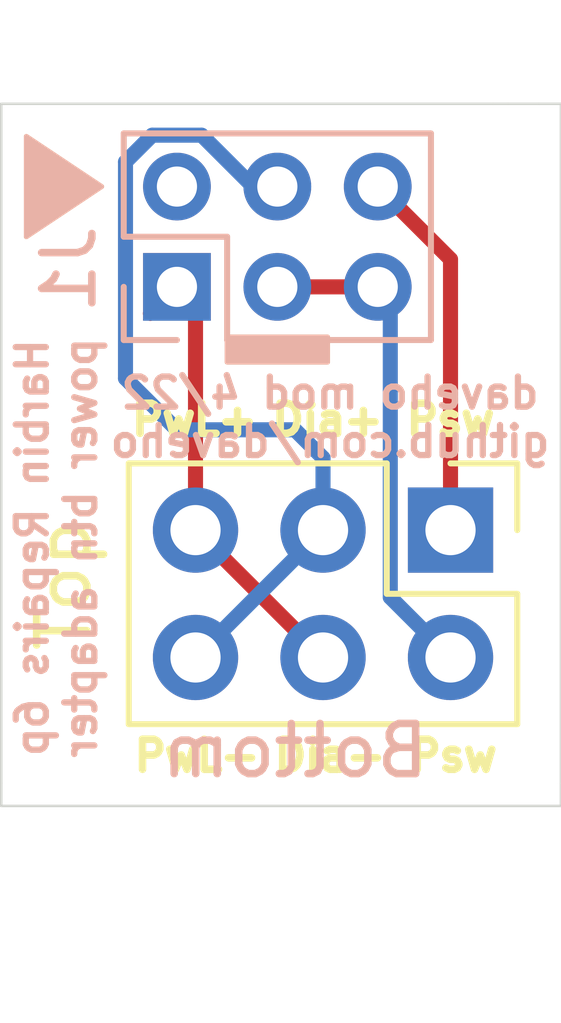
<source format=kicad_pcb>
(kicad_pcb (version 20171130) (host pcbnew 5.1.12-84ad8e8a86~92~ubuntu20.04.1)

  (general
    (thickness 1.6)
    (drawings 24)
    (tracks 20)
    (zones 0)
    (modules 2)
    (nets 6)
  )

  (page A4)
  (layers
    (0 F.Cu signal)
    (31 B.Cu signal)
    (32 B.Adhes user)
    (33 F.Adhes user)
    (34 B.Paste user)
    (35 F.Paste user)
    (36 B.SilkS user)
    (37 F.SilkS user)
    (38 B.Mask user)
    (39 F.Mask user)
    (40 Dwgs.User user)
    (41 Cmts.User user)
    (42 Eco1.User user)
    (43 Eco2.User user)
    (44 Edge.Cuts user)
    (45 Margin user)
    (46 B.CrtYd user)
    (47 F.CrtYd user)
    (48 B.Fab user)
    (49 F.Fab user)
  )

  (setup
    (last_trace_width 0.3)
    (trace_clearance 0.2)
    (zone_clearance 0.508)
    (zone_45_only no)
    (trace_min 0.2)
    (via_size 0.8)
    (via_drill 0.4)
    (via_min_size 0.4)
    (via_min_drill 0.3)
    (uvia_size 0.3)
    (uvia_drill 0.1)
    (uvias_allowed no)
    (uvia_min_size 0.2)
    (uvia_min_drill 0.1)
    (edge_width 0.05)
    (segment_width 0.2)
    (pcb_text_width 0.3)
    (pcb_text_size 1.5 1.5)
    (mod_edge_width 0.12)
    (mod_text_size 1 1)
    (mod_text_width 0.15)
    (pad_size 1.524 1.524)
    (pad_drill 0.762)
    (pad_to_mask_clearance 0.051)
    (solder_mask_min_width 0.25)
    (aux_axis_origin 0 0)
    (visible_elements FFFFFF7F)
    (pcbplotparams
      (layerselection 0x010f0_ffffffff)
      (usegerberextensions false)
      (usegerberattributes false)
      (usegerberadvancedattributes false)
      (creategerberjobfile false)
      (excludeedgelayer true)
      (linewidth 0.100000)
      (plotframeref false)
      (viasonmask false)
      (mode 1)
      (useauxorigin false)
      (hpglpennumber 1)
      (hpglpenspeed 20)
      (hpglpendiameter 15.000000)
      (psnegative false)
      (psa4output false)
      (plotreference true)
      (plotvalue true)
      (plotinvisibletext false)
      (padsonsilk false)
      (subtractmaskfromsilk false)
      (outputformat 1)
      (mirror false)
      (drillshape 0)
      (scaleselection 1)
      (outputdirectory ""))
  )

  (net 0 "")
  (net 1 POWER_SW_A)
  (net 2 DIAGNOSTIC_LED+)
  (net 3 DIAGNOSTIC_LED-)
  (net 4 POWER_SW_B)
  (net 5 "Net-(J1-Pad2)")

  (net_class Default "This is the default net class."
    (clearance 0.2)
    (trace_width 0.3)
    (via_dia 0.8)
    (via_drill 0.4)
    (uvia_dia 0.3)
    (uvia_drill 0.1)
    (add_net DIAGNOSTIC_LED+)
    (add_net DIAGNOSTIC_LED-)
    (add_net "Net-(J1-Pad2)")
    (add_net POWER_SW_A)
    (add_net POWER_SW_B)
  )

  (module Connector_PinSocket_2.00mm:PinSocket_2x03_P2.00mm_Vertical (layer B.Cu) (tedit 5A19A428) (tstamp 5D453489)
    (at 159.5 99 270)
    (descr "Through hole straight socket strip, 2x03, 2.00mm pitch, double cols (from Kicad 4.0.7), script generated")
    (tags "Through hole socket strip THT 2x03 2.00mm double row")
    (path /5D44F1CB)
    (fp_text reference J1 (at -0.35 2.15 270) (layer B.SilkS)
      (effects (font (size 1 1) (thickness 0.15)) (justify mirror))
    )
    (fp_text value "Dell Connector" (at 0 -6 270) (layer B.Fab)
      (effects (font (size 1 1) (thickness 0.15)) (justify mirror))
    )
    (fp_line (start -3 1) (end 0 1) (layer B.Fab) (width 0.1))
    (fp_line (start 0 1) (end 1 0) (layer B.Fab) (width 0.1))
    (fp_line (start 1 0) (end 1 -5) (layer B.Fab) (width 0.1))
    (fp_line (start 1 -5) (end -3 -5) (layer B.Fab) (width 0.1))
    (fp_line (start -3 -5) (end -3 1) (layer B.Fab) (width 0.1))
    (fp_line (start -3.06 1.06) (end -1 1.06) (layer B.SilkS) (width 0.12))
    (fp_line (start -3.06 1.06) (end -3.06 -5.06) (layer B.SilkS) (width 0.12))
    (fp_line (start -3.06 -5.06) (end 1.06 -5.06) (layer B.SilkS) (width 0.12))
    (fp_line (start 1.06 -1) (end 1.06 -5.06) (layer B.SilkS) (width 0.12))
    (fp_line (start -1 -1) (end 1.06 -1) (layer B.SilkS) (width 0.12))
    (fp_line (start -1 1.06) (end -1 -1) (layer B.SilkS) (width 0.12))
    (fp_line (start 1.06 1.06) (end 1.06 0) (layer B.SilkS) (width 0.12))
    (fp_line (start 0 1.06) (end 1.06 1.06) (layer B.SilkS) (width 0.12))
    (fp_line (start -3.5 1.5) (end 1.5 1.5) (layer B.CrtYd) (width 0.05))
    (fp_line (start 1.5 1.5) (end 1.5 -5.5) (layer B.CrtYd) (width 0.05))
    (fp_line (start 1.5 -5.5) (end -3.5 -5.5) (layer B.CrtYd) (width 0.05))
    (fp_line (start -3.5 -5.5) (end -3.5 1.5) (layer B.CrtYd) (width 0.05))
    (fp_text user %R (at -1 -2 180) (layer B.Fab)
      (effects (font (size 1 1) (thickness 0.15)) (justify mirror))
    )
    (pad 1 thru_hole rect (at 0 0 270) (size 1.35 1.35) (drill 0.8) (layers *.Cu *.Mask)
      (net 3 DIAGNOSTIC_LED-))
    (pad 2 thru_hole oval (at -2 0 270) (size 1.35 1.35) (drill 0.8) (layers *.Cu *.Mask)
      (net 5 "Net-(J1-Pad2)"))
    (pad 3 thru_hole oval (at 0 -2 270) (size 1.35 1.35) (drill 0.8) (layers *.Cu *.Mask)
      (net 4 POWER_SW_B))
    (pad 4 thru_hole oval (at -2 -2 270) (size 1.35 1.35) (drill 0.8) (layers *.Cu *.Mask)
      (net 2 DIAGNOSTIC_LED+))
    (pad 5 thru_hole oval (at 0 -4 270) (size 1.35 1.35) (drill 0.8) (layers *.Cu *.Mask)
      (net 4 POWER_SW_B))
    (pad 6 thru_hole oval (at -2 -4 270) (size 1.35 1.35) (drill 0.8) (layers *.Cu *.Mask)
      (net 1 POWER_SW_A))
    (model ${KISYS3DMOD}/Connector_PinSocket_2.00mm.3dshapes/PinSocket_2x03_P2.00mm_Vertical.wrl
      (at (xyz 0 0 0))
      (scale (xyz 1 1 1))
      (rotate (xyz 0 0 0))
    )
  )

  (module Connector_PinHeader_2.54mm:PinHeader_2x03_P2.54mm_Vertical (layer F.Cu) (tedit 59FED5CC) (tstamp 6267F519)
    (at 164.95 103.85 270)
    (descr "Through hole straight pin header, 2x03, 2.54mm pitch, double rows")
    (tags "Through hole pin header THT 2x03 2.54mm double row")
    (path /5D44D227)
    (fp_text reference J2 (at -3 -1.25 90) (layer B.Fab)
      (effects (font (size 1 1) (thickness 0.15)) (justify mirror))
    )
    (fp_text value "2.54mm Panel Header" (at 1.27 7.41 90) (layer F.Fab)
      (effects (font (size 1 1) (thickness 0.15)))
    )
    (fp_line (start 0 -1.27) (end 3.81 -1.27) (layer F.Fab) (width 0.1))
    (fp_line (start 3.81 -1.27) (end 3.81 6.35) (layer F.Fab) (width 0.1))
    (fp_line (start 3.81 6.35) (end -1.27 6.35) (layer F.Fab) (width 0.1))
    (fp_line (start -1.27 6.35) (end -1.27 0) (layer F.Fab) (width 0.1))
    (fp_line (start -1.27 0) (end 0 -1.27) (layer F.Fab) (width 0.1))
    (fp_line (start -1.33 6.41) (end 3.87 6.41) (layer F.SilkS) (width 0.12))
    (fp_line (start -1.33 1.27) (end -1.33 6.41) (layer F.SilkS) (width 0.12))
    (fp_line (start 3.87 -1.33) (end 3.87 6.41) (layer F.SilkS) (width 0.12))
    (fp_line (start -1.33 1.27) (end 1.27 1.27) (layer F.SilkS) (width 0.12))
    (fp_line (start 1.27 1.27) (end 1.27 -1.33) (layer F.SilkS) (width 0.12))
    (fp_line (start 1.27 -1.33) (end 3.87 -1.33) (layer F.SilkS) (width 0.12))
    (fp_line (start -1.33 0) (end -1.33 -1.33) (layer F.SilkS) (width 0.12))
    (fp_line (start -1.33 -1.33) (end 0 -1.33) (layer F.SilkS) (width 0.12))
    (fp_line (start -1.8 -1.8) (end -1.8 6.85) (layer F.CrtYd) (width 0.05))
    (fp_line (start -1.8 6.85) (end 4.35 6.85) (layer F.CrtYd) (width 0.05))
    (fp_line (start 4.35 6.85) (end 4.35 -1.8) (layer F.CrtYd) (width 0.05))
    (fp_line (start 4.35 -1.8) (end -1.8 -1.8) (layer F.CrtYd) (width 0.05))
    (fp_text user %R (at 1.27 2.54) (layer F.Fab)
      (effects (font (size 1 1) (thickness 0.15)))
    )
    (pad 1 thru_hole rect (at 0 0 270) (size 1.7 1.7) (drill 1) (layers *.Cu *.Mask)
      (net 1 POWER_SW_A))
    (pad 2 thru_hole oval (at 2.54 0 270) (size 1.7 1.7) (drill 1) (layers *.Cu *.Mask)
      (net 4 POWER_SW_B))
    (pad 3 thru_hole oval (at 0 2.54 270) (size 1.7 1.7) (drill 1) (layers *.Cu *.Mask)
      (net 2 DIAGNOSTIC_LED+))
    (pad 4 thru_hole oval (at 2.54 2.54 270) (size 1.7 1.7) (drill 1) (layers *.Cu *.Mask)
      (net 3 DIAGNOSTIC_LED-))
    (pad 5 thru_hole oval (at 0 5.08 270) (size 1.7 1.7) (drill 1) (layers *.Cu *.Mask)
      (net 3 DIAGNOSTIC_LED-))
    (pad 6 thru_hole oval (at 2.54 5.08 270) (size 1.7 1.7) (drill 1) (layers *.Cu *.Mask)
      (net 2 DIAGNOSTIC_LED+))
    (model ${KISYS3DMOD}/Connector_PinHeader_2.54mm.3dshapes/PinHeader_2x03_P2.54mm_Vertical.wrl
      (at (xyz 0 0 0))
      (scale (xyz 1 1 1))
      (rotate (xyz 0 0 0))
    )
  )

  (gr_text Bottom (at 161.85 108.25) (layer B.SilkS)
    (effects (font (size 1 1) (thickness 0.15)) (justify mirror))
  )
  (gr_text Top (at 157.25 104.95 90) (layer F.SilkS)
    (effects (font (size 1 1) (thickness 0.15)))
  )
  (gr_line (start 167.15 109.35) (end 167.15 108.9) (layer Edge.Cuts) (width 0.05) (tstamp 6267FD58))
  (gr_line (start 156 109.35) (end 167.15 109.35) (layer Edge.Cuts) (width 0.05))
  (gr_line (start 156 108.9) (end 156 109.35) (layer Edge.Cuts) (width 0.05))
  (gr_line (start 167.15 108.9) (end 167.15 95.35) (layer Edge.Cuts) (width 0.05) (tstamp 6267FCAA))
  (gr_line (start 156 108.1) (end 156 95.35) (layer Edge.Cuts) (width 0.05) (tstamp 61FE874A))
  (gr_line (start 156 108.1) (end 156 108.9) (layer Edge.Cuts) (width 0.05))
  (gr_line (start 166.7 95.35) (end 167.15 95.35) (layer Edge.Cuts) (width 0.05))
  (gr_line (start 166.1 95.35) (end 166.7 95.35) (layer Edge.Cuts) (width 0.05))
  (gr_text "daveho mod 4/22\ngithub.com/daveho" (at 162.55 101.6) (layer B.SilkS) (tstamp 6267F796)
    (effects (font (size 0.6 0.6) (thickness 0.125)) (justify mirror))
  )
  (gr_text "Harbin Repairs 6p\npower btn adapter" (at 157.1 104.2 90) (layer B.SilkS)
    (effects (font (size 0.6 0.6) (thickness 0.125)) (justify mirror))
  )
  (gr_line (start 166.1 95.35) (end 165.8 95.35) (layer Edge.Cuts) (width 0.05) (tstamp 6267F773))
  (gr_line (start 156 95.35) (end 165.8 95.35) (layer Edge.Cuts) (width 0.05))
  (gr_text PwL- (at 159.9 108.35) (layer F.SilkS) (tstamp 6267F76A)
    (effects (font (size 0.6 0.6) (thickness 0.15)))
  )
  (gr_text Dia- (at 162.55 108.35) (layer F.SilkS) (tstamp 6267F769)
    (effects (font (size 0.6 0.6) (thickness 0.15)))
  )
  (gr_text Psw (at 165 108.35) (layer F.SilkS) (tstamp 6267F768)
    (effects (font (size 0.6 0.6) (thickness 0.15)))
  )
  (gr_text Psw (at 164.95 101.65) (layer F.SilkS) (tstamp 6267F75C)
    (effects (font (size 0.6 0.6) (thickness 0.15)))
  )
  (gr_text Dia+ (at 162.5 101.65) (layer F.SilkS) (tstamp 6267F73C)
    (effects (font (size 0.6 0.6) (thickness 0.15)))
  )
  (gr_text PwL+ (at 159.85 101.65) (layer F.SilkS)
    (effects (font (size 0.6 0.6) (thickness 0.15)))
  )
  (gr_poly (pts (xy 160.5 100.5) (xy 160.5 100) (xy 162.5 100) (xy 162.5 100.5)) (layer B.SilkS) (width 0.1) (tstamp 5D454AA7))
  (gr_poly (pts (xy 160.5 100) (xy 160.5 100.5) (xy 162.5 100.5) (xy 162.5 100)) (layer F.SilkS) (width 0.1))
  (gr_poly (pts (xy 158 97) (xy 156.5 98) (xy 156.5 96)) (layer B.SilkS) (width 0.1) (tstamp 5D454A36))
  (gr_poly (pts (xy 158 97) (xy 156.5 96) (xy 156.5 98)) (layer F.SilkS) (width 0.1) (tstamp 5D454A36))

  (segment (start 164.95 98.45) (end 163.5 97) (width 0.3) (layer F.Cu) (net 1))
  (segment (start 164.95 103.85) (end 164.95 98.45) (width 0.3) (layer F.Cu) (net 1))
  (segment (start 162.41 102.41) (end 162.41 103.85) (width 0.3) (layer B.Cu) (net 2))
  (segment (start 159.5 101.85) (end 161.85 101.85) (width 0.3) (layer B.Cu) (net 2))
  (segment (start 158.474999 100.824999) (end 159.5 101.85) (width 0.3) (layer B.Cu) (net 2))
  (segment (start 161.85 101.85) (end 162.41 102.41) (width 0.3) (layer B.Cu) (net 2))
  (segment (start 158.474999 96.507999) (end 158.474999 100.824999) (width 0.3) (layer B.Cu) (net 2))
  (segment (start 159.007999 95.974999) (end 158.474999 96.507999) (width 0.3) (layer B.Cu) (net 2))
  (segment (start 159.992001 95.974999) (end 159.007999 95.974999) (width 0.3) (layer B.Cu) (net 2))
  (segment (start 161.017002 97) (end 159.992001 95.974999) (width 0.3) (layer B.Cu) (net 2))
  (segment (start 161.5 97) (end 161.017002 97) (width 0.3) (layer B.Cu) (net 2))
  (segment (start 162.41 103.85) (end 159.87 106.39) (width 0.3) (layer B.Cu) (net 2))
  (segment (start 159.5 99) (end 158.97 99.53) (width 0.3) (layer F.Cu) (net 3))
  (segment (start 159.87 99.37) (end 159.5 99) (width 0.3) (layer F.Cu) (net 3))
  (segment (start 159.87 103.85) (end 159.87 99.37) (width 0.3) (layer F.Cu) (net 3))
  (segment (start 159.87 103.85) (end 162.41 106.39) (width 0.3) (layer F.Cu) (net 3))
  (segment (start 161.5 99) (end 163.5 99) (width 0.3) (layer F.Cu) (net 4))
  (segment (start 163.75 99.25) (end 163.5 99) (width 0.3) (layer B.Cu) (net 4))
  (segment (start 163.749999 105.189999) (end 163.75 99.25) (width 0.3) (layer B.Cu) (net 4))
  (segment (start 164.95 106.39) (end 163.749999 105.189999) (width 0.3) (layer B.Cu) (net 4))

)

</source>
